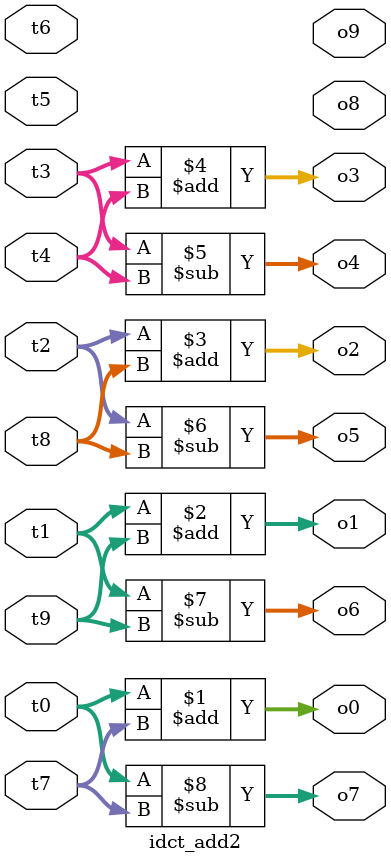
<source format=v>
`timescale 1ns / 1ps


module idct_add2(
input [31:0] t0, t1, t2, t3, t4, t5, t6, t7, t8, t9,
output [31:0] o0, o1, o2, o3, o4, o5, o6, o7, o8, o9
    );
    
    assign o0 = t0 + t7;
    assign o1 = t1 + t9;
    assign o2 = t2 + t8;
    assign o3 = t3 + t4;
    assign o4 = t3 - t4;
    assign o5 = t2 - t8;
    assign o6 = t1 - t9;
    assign o7 = t0 - t7;
    
endmodule

</source>
